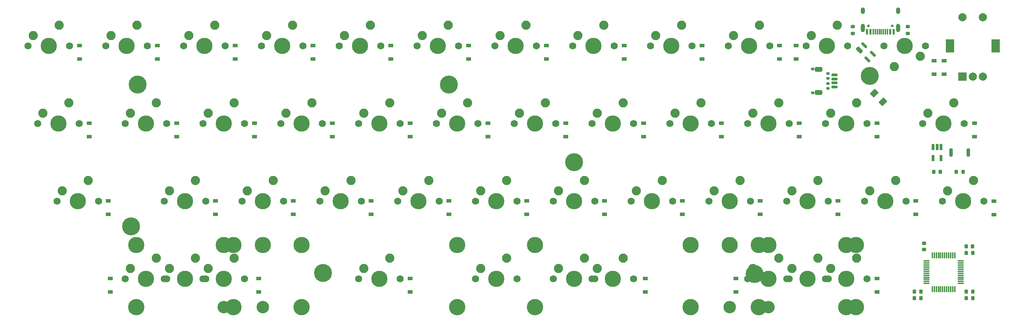
<source format=gbr>
G04 #@! TF.GenerationSoftware,KiCad,Pcbnew,8.0.8*
G04 #@! TF.CreationDate,2025-03-09T16:53:55+01:00*
G04 #@! TF.ProjectId,PowerVan,506f7765-7256-4616-9e2e-6b696361645f,rev?*
G04 #@! TF.SameCoordinates,Original*
G04 #@! TF.FileFunction,Soldermask,Bot*
G04 #@! TF.FilePolarity,Negative*
%FSLAX46Y46*%
G04 Gerber Fmt 4.6, Leading zero omitted, Abs format (unit mm)*
G04 Created by KiCad (PCBNEW 8.0.8) date 2025-03-09 16:53:55*
%MOMM*%
%LPD*%
G01*
G04 APERTURE LIST*
G04 Aperture macros list*
%AMRoundRect*
0 Rectangle with rounded corners*
0 $1 Rounding radius*
0 $2 $3 $4 $5 $6 $7 $8 $9 X,Y pos of 4 corners*
0 Add a 4 corners polygon primitive as box body*
4,1,4,$2,$3,$4,$5,$6,$7,$8,$9,$2,$3,0*
0 Add four circle primitives for the rounded corners*
1,1,$1+$1,$2,$3*
1,1,$1+$1,$4,$5*
1,1,$1+$1,$6,$7*
1,1,$1+$1,$8,$9*
0 Add four rect primitives between the rounded corners*
20,1,$1+$1,$2,$3,$4,$5,0*
20,1,$1+$1,$4,$5,$6,$7,0*
20,1,$1+$1,$6,$7,$8,$9,0*
20,1,$1+$1,$8,$9,$2,$3,0*%
G04 Aperture macros list end*
%ADD10C,1.750000*%
%ADD11C,3.987800*%
%ADD12C,2.250000*%
%ADD13R,2.000000X2.000000*%
%ADD14C,2.000000*%
%ADD15R,2.000000X3.200000*%
%ADD16C,4.400000*%
%ADD17C,4.000000*%
%ADD18C,3.048000*%
%ADD19R,1.200000X0.900000*%
%ADD20C,0.650000*%
%ADD21R,0.600000X1.450000*%
%ADD22R,0.300000X1.450000*%
%ADD23O,1.000000X1.600000*%
%ADD24O,1.000000X2.100000*%
%ADD25RoundRect,0.225000X-0.225000X-0.250000X0.225000X-0.250000X0.225000X0.250000X-0.225000X0.250000X0*%
%ADD26RoundRect,0.200000X-0.200000X-0.800000X0.200000X-0.800000X0.200000X0.800000X-0.200000X0.800000X0*%
%ADD27RoundRect,0.225000X0.250000X-0.225000X0.250000X0.225000X-0.250000X0.225000X-0.250000X-0.225000X0*%
%ADD28RoundRect,0.200000X0.275000X-0.200000X0.275000X0.200000X-0.275000X0.200000X-0.275000X-0.200000X0*%
%ADD29RoundRect,0.250001X0.768977X0.114905X0.114905X0.768977X-0.768977X-0.114905X-0.114905X-0.768977X0*%
%ADD30RoundRect,0.150000X0.625000X-0.150000X0.625000X0.150000X-0.625000X0.150000X-0.625000X-0.150000X0*%
%ADD31RoundRect,0.250000X0.650000X-0.350000X0.650000X0.350000X-0.650000X0.350000X-0.650000X-0.350000X0*%
%ADD32RoundRect,0.225000X0.225000X0.250000X-0.225000X0.250000X-0.225000X-0.250000X0.225000X-0.250000X0*%
%ADD33RoundRect,0.225000X0.375000X-0.225000X0.375000X0.225000X-0.375000X0.225000X-0.375000X-0.225000X0*%
%ADD34RoundRect,0.200000X-0.200000X-0.275000X0.200000X-0.275000X0.200000X0.275000X-0.200000X0.275000X0*%
%ADD35RoundRect,0.250000X-0.601041X0.247487X0.247487X-0.601041X0.601041X-0.247487X-0.247487X0.601041X0*%
%ADD36RoundRect,0.150000X-0.601041X0.388909X0.388909X-0.601041X0.601041X-0.388909X-0.388909X0.601041X0*%
%ADD37RoundRect,0.075000X0.075000X-0.662500X0.075000X0.662500X-0.075000X0.662500X-0.075000X-0.662500X0*%
%ADD38RoundRect,0.075000X0.662500X-0.075000X0.662500X0.075000X-0.662500X0.075000X-0.662500X-0.075000X0*%
%ADD39RoundRect,0.162500X-0.162500X0.617500X-0.162500X-0.617500X0.162500X-0.617500X0.162500X0.617500X0*%
%ADD40RoundRect,0.150000X0.275000X-0.150000X0.275000X0.150000X-0.275000X0.150000X-0.275000X-0.150000X0*%
%ADD41RoundRect,0.175000X0.225000X-0.175000X0.225000X0.175000X-0.225000X0.175000X-0.225000X-0.175000X0*%
G04 APERTURE END LIST*
D10*
X372745500Y-226219000D03*
D11*
X377825500Y-226219000D03*
D10*
X382905500Y-226219000D03*
D12*
X374015500Y-223679000D03*
X380365500Y-221139000D03*
D10*
X306070500Y-226219000D03*
D11*
X311150500Y-226219000D03*
D10*
X316230500Y-226219000D03*
D12*
X307340500Y-223679000D03*
X313690500Y-221139000D03*
D10*
X210820500Y-207169000D03*
D11*
X215900500Y-207169000D03*
D10*
X220980500Y-207169000D03*
D12*
X212090500Y-204629000D03*
X218440500Y-202089000D03*
D10*
X401320500Y-207169000D03*
D11*
X406400500Y-207169000D03*
D10*
X411480500Y-207169000D03*
D12*
X402590500Y-204629000D03*
X408940500Y-202089000D03*
D10*
X306070500Y-207169000D03*
D11*
X311150500Y-207169000D03*
D10*
X316230500Y-207169000D03*
D12*
X307340500Y-204629000D03*
X313690500Y-202089000D03*
D10*
X248920500Y-207169000D03*
D11*
X254000500Y-207169000D03*
D10*
X259080500Y-207169000D03*
D12*
X250190500Y-204629000D03*
X256540500Y-202089000D03*
D10*
X382270500Y-207169000D03*
D11*
X387350500Y-207169000D03*
D10*
X392430500Y-207169000D03*
D12*
X383540500Y-204629000D03*
X389890500Y-202089000D03*
D10*
X344170500Y-207169000D03*
D11*
X349250500Y-207169000D03*
D10*
X354330500Y-207169000D03*
D12*
X345440500Y-204629000D03*
X351790500Y-202089000D03*
D10*
X229870500Y-207169000D03*
D11*
X234950500Y-207169000D03*
D10*
X240030500Y-207169000D03*
D12*
X231140500Y-204629000D03*
X237490500Y-202089000D03*
D10*
X258445500Y-226219000D03*
D11*
X263525500Y-226219000D03*
D10*
X268605500Y-226219000D03*
D12*
X259715500Y-223679000D03*
X266065500Y-221139000D03*
D10*
X363220500Y-207169000D03*
D11*
X368300500Y-207169000D03*
D10*
X373380500Y-207169000D03*
D12*
X364490500Y-204629000D03*
X370840500Y-202089000D03*
D13*
X406286200Y-176612800D03*
D14*
X411286200Y-176612800D03*
X408786200Y-176612800D03*
D15*
X403186200Y-169112800D03*
X414386200Y-169112800D03*
D14*
X411286200Y-162112800D03*
X406286200Y-162112800D03*
D10*
X363220500Y-226219000D03*
D11*
X368300500Y-226219000D03*
D10*
X373380500Y-226219000D03*
D12*
X364490500Y-223679000D03*
X370840500Y-221139000D03*
D10*
X353695500Y-226219000D03*
D11*
X358775500Y-226219000D03*
D10*
X363855500Y-226219000D03*
D12*
X354965500Y-223679000D03*
X361315500Y-221139000D03*
D10*
X201295500Y-226219000D03*
D11*
X206375500Y-226219000D03*
D10*
X211455500Y-226219000D03*
D12*
X202565500Y-223679000D03*
X208915500Y-221139000D03*
D10*
X220345500Y-226219000D03*
D11*
X225425500Y-226219000D03*
D10*
X230505500Y-226219000D03*
D12*
X221615500Y-223679000D03*
X227965500Y-221139000D03*
D10*
X325120500Y-207169000D03*
D11*
X330200500Y-207169000D03*
D10*
X335280500Y-207169000D03*
D12*
X326390500Y-204629000D03*
X332740500Y-202089000D03*
D10*
X267970500Y-207169000D03*
D11*
X273050500Y-207169000D03*
D10*
X278130500Y-207169000D03*
D12*
X269240500Y-204629000D03*
X275590500Y-202089000D03*
D10*
X177483000Y-169069000D03*
D11*
X182563000Y-169069000D03*
D10*
X187643000Y-169069000D03*
D12*
X178753000Y-166529000D03*
X185103000Y-163989000D03*
D10*
X372745500Y-188119000D03*
D11*
X377825500Y-188119000D03*
D10*
X382905500Y-188119000D03*
D12*
X374015500Y-185579000D03*
X380365500Y-183039000D03*
D10*
X220345500Y-188119000D03*
D11*
X225425500Y-188119000D03*
D10*
X230505500Y-188119000D03*
D12*
X221615500Y-185579000D03*
X227965500Y-183039000D03*
D10*
X201295500Y-188119000D03*
D11*
X206375500Y-188119000D03*
D10*
X211455500Y-188119000D03*
D12*
X202565500Y-185579000D03*
X208915500Y-183039000D03*
D10*
X179864250Y-188119000D03*
D11*
X184944250Y-188119000D03*
D10*
X190024250Y-188119000D03*
D12*
X181134250Y-185579000D03*
X187484250Y-183039000D03*
D10*
X348933000Y-169069000D03*
D11*
X354013000Y-169069000D03*
D10*
X359093000Y-169069000D03*
D12*
X350203000Y-166529000D03*
X356553000Y-163989000D03*
D10*
X310833000Y-169069000D03*
D11*
X315913000Y-169069000D03*
D10*
X320993000Y-169069000D03*
D12*
X312103000Y-166529000D03*
X318453000Y-163989000D03*
D10*
X234633000Y-169069000D03*
D11*
X239713000Y-169069000D03*
D10*
X244793000Y-169069000D03*
D12*
X235903000Y-166529000D03*
X242253000Y-163989000D03*
D10*
X272733000Y-169069000D03*
D11*
X277813000Y-169069000D03*
D10*
X282893000Y-169069000D03*
D12*
X274003000Y-166529000D03*
X280353000Y-163989000D03*
D10*
X397193000Y-169069000D03*
D11*
X392113000Y-169069000D03*
D10*
X387033000Y-169069000D03*
D12*
X395923000Y-171609000D03*
X389573000Y-174149000D03*
D10*
X367983000Y-169069000D03*
D11*
X373063000Y-169069000D03*
D10*
X378143000Y-169069000D03*
D12*
X369253000Y-166529000D03*
X375603000Y-163989000D03*
D10*
X215583000Y-169069000D03*
D11*
X220663000Y-169069000D03*
D10*
X225743000Y-169069000D03*
D12*
X216853000Y-166529000D03*
X223203000Y-163989000D03*
D10*
X258445500Y-188119000D03*
D11*
X263525500Y-188119000D03*
D10*
X268605500Y-188119000D03*
D12*
X259715500Y-185579000D03*
X266065500Y-183039000D03*
D10*
X329883000Y-169069000D03*
D11*
X334963000Y-169069000D03*
D10*
X340043000Y-169069000D03*
D12*
X331153000Y-166529000D03*
X337503000Y-163989000D03*
D10*
X396558000Y-188119000D03*
D11*
X401638000Y-188119000D03*
D10*
X406718000Y-188119000D03*
D12*
X397828000Y-185579000D03*
X404178000Y-183039000D03*
D10*
X315595500Y-188119000D03*
D11*
X320675500Y-188119000D03*
D10*
X325755500Y-188119000D03*
D12*
X316865500Y-185579000D03*
X323215500Y-183039000D03*
D10*
X277495500Y-188119000D03*
D11*
X282575500Y-188119000D03*
D10*
X287655500Y-188119000D03*
D12*
X278765500Y-185579000D03*
X285115500Y-183039000D03*
D10*
X196533000Y-169069000D03*
D11*
X201613000Y-169069000D03*
D10*
X206693000Y-169069000D03*
D12*
X197803000Y-166529000D03*
X204153000Y-163989000D03*
D10*
X291783000Y-169069000D03*
D11*
X296863000Y-169069000D03*
D10*
X301943000Y-169069000D03*
D12*
X293053000Y-166529000D03*
X299403000Y-163989000D03*
D10*
X239395500Y-188119000D03*
D11*
X244475500Y-188119000D03*
D10*
X249555500Y-188119000D03*
D12*
X240665500Y-185579000D03*
X247015500Y-183039000D03*
D10*
X334645500Y-188119000D03*
D11*
X339725500Y-188119000D03*
D10*
X344805500Y-188119000D03*
D12*
X335915500Y-185579000D03*
X342265500Y-183039000D03*
D10*
X296545500Y-188119000D03*
D11*
X301625500Y-188119000D03*
D10*
X306705500Y-188119000D03*
D12*
X297815500Y-185579000D03*
X304165500Y-183039000D03*
D10*
X253683000Y-169069000D03*
D11*
X258763000Y-169069000D03*
D10*
X263843000Y-169069000D03*
D12*
X254953000Y-166529000D03*
X261303000Y-163989000D03*
D10*
X184626750Y-207169000D03*
D11*
X189706750Y-207169000D03*
D10*
X194786750Y-207169000D03*
D12*
X185896750Y-204629000D03*
X192246750Y-202089000D03*
D16*
X202762500Y-213367750D03*
X249712500Y-224817750D03*
X280562500Y-178594000D03*
X311212500Y-197644000D03*
X383612500Y-176467750D03*
X204362500Y-178593750D03*
D10*
X353684400Y-188117800D03*
D11*
X358764400Y-188117800D03*
D10*
X363844400Y-188117800D03*
D12*
X354954400Y-185577800D03*
X361304400Y-183037800D03*
D10*
X287020500Y-207169000D03*
D11*
X292100500Y-207169000D03*
D10*
X297180500Y-207169000D03*
D12*
X288290500Y-204629000D03*
X294640500Y-202089000D03*
D16*
X355369250Y-225103000D03*
D17*
X227806750Y-233204000D03*
D11*
X227806750Y-217964000D03*
D17*
X203994250Y-233204000D03*
D11*
X203994250Y-217964000D03*
D17*
X282575500Y-233204000D03*
D11*
X282575500Y-217964000D03*
D17*
X244475500Y-233204000D03*
D11*
X244475500Y-217964000D03*
D17*
X339725500Y-233204000D03*
D11*
X339725500Y-217964000D03*
D17*
X301625500Y-233204000D03*
D11*
X301625500Y-217964000D03*
D17*
X377825500Y-233204000D03*
D11*
X377825500Y-217964000D03*
D17*
X244475500Y-233204000D03*
D11*
X244475500Y-217964000D03*
D10*
X210820500Y-226219000D03*
D11*
X215900500Y-226219000D03*
D10*
X220980500Y-226219000D03*
D12*
X212090500Y-223679000D03*
X218440500Y-221139000D03*
D17*
X339725500Y-233204000D03*
D11*
X339725500Y-217964000D03*
D17*
X244475500Y-233204000D03*
D11*
X244475500Y-217964000D03*
D17*
X380206750Y-233204000D03*
D11*
X380206750Y-217964000D03*
D17*
X356394250Y-233204000D03*
D11*
X356394250Y-217964000D03*
D10*
X315595500Y-226219000D03*
D11*
X320675500Y-226219000D03*
D10*
X325755500Y-226219000D03*
D12*
X316865500Y-223679000D03*
X323215500Y-221139000D03*
D10*
X287020500Y-226219000D03*
D11*
X292100500Y-226219000D03*
D10*
X297180500Y-226219000D03*
D12*
X288290500Y-223679000D03*
X294640500Y-221139000D03*
D18*
X358775500Y-233204000D03*
D11*
X358775500Y-217964000D03*
D18*
X349250500Y-233204000D03*
D11*
X349250500Y-217964000D03*
D18*
X234950500Y-233204000D03*
D11*
X234950500Y-217964000D03*
D18*
X225425500Y-233204000D03*
D11*
X225425500Y-217964000D03*
D19*
X413957000Y-210470000D03*
X413957000Y-207170000D03*
X328613000Y-229512000D03*
X328613000Y-226212000D03*
X394859500Y-210462000D03*
X394859500Y-207162000D03*
X271034500Y-229512000D03*
X271034500Y-226212000D03*
X197644250Y-229456500D03*
X197644250Y-226156500D03*
X233950500Y-229512000D03*
X233950500Y-226212000D03*
X350838000Y-229456500D03*
X350838000Y-226156500D03*
X385334500Y-229512000D03*
X385334500Y-226212000D03*
X271034500Y-191412000D03*
X271034500Y-188112000D03*
X409258000Y-191412000D03*
X409258000Y-188112000D03*
X261509500Y-210462000D03*
X261509500Y-207162000D03*
X375809500Y-210462000D03*
X375809500Y-207162000D03*
X356759500Y-210462000D03*
X356759500Y-207162000D03*
X280559500Y-210462000D03*
X280559500Y-207162000D03*
X337709500Y-210462000D03*
X337709500Y-207162000D03*
X192469000Y-191412000D03*
X192469000Y-188112000D03*
X318659500Y-210462000D03*
X318659500Y-207162000D03*
X242459500Y-210462000D03*
X242459500Y-207162000D03*
X366284500Y-191412000D03*
X366284500Y-188112000D03*
X232934500Y-191412000D03*
X232934500Y-188112000D03*
X213884500Y-191412000D03*
X213884500Y-188112000D03*
X347234500Y-191412000D03*
X347234500Y-188112000D03*
X290084500Y-191412000D03*
X290084500Y-188112000D03*
X309134500Y-191412000D03*
X309134500Y-188112000D03*
X299609500Y-210462000D03*
X299609500Y-207162000D03*
X223409500Y-210462000D03*
X223409500Y-207162000D03*
X385334500Y-191412000D03*
X385334500Y-188112000D03*
X328184500Y-191412000D03*
X328184500Y-188112000D03*
X251984500Y-191412000D03*
X251984500Y-188112000D03*
X342503750Y-172298500D03*
X342503750Y-168998500D03*
X399352000Y-172753000D03*
X399352000Y-176053000D03*
X365570000Y-172306500D03*
X365570000Y-169006500D03*
X323453750Y-172298500D03*
X323453750Y-168998500D03*
X209153750Y-172298500D03*
X209153750Y-168998500D03*
X304403750Y-172298500D03*
X304403750Y-168998500D03*
X285353750Y-172298500D03*
X285353750Y-168998500D03*
X266303750Y-172298500D03*
X266303750Y-168998500D03*
X228203750Y-172298500D03*
X228203750Y-168998500D03*
X247253750Y-172298500D03*
X247253750Y-168998500D03*
X401765000Y-176053000D03*
X401765000Y-172753000D03*
X361506000Y-172298500D03*
X361506000Y-168998500D03*
X197168000Y-210462000D03*
X197168000Y-207162000D03*
D20*
X383269500Y-164155250D03*
X389049500Y-164155250D03*
D21*
X382909500Y-165600250D03*
X383709500Y-165600250D03*
D22*
X384909500Y-165600250D03*
X385909500Y-165600250D03*
X386409500Y-165600250D03*
X387409500Y-165600250D03*
D21*
X388609500Y-165600250D03*
X389409500Y-165600250D03*
X389409500Y-165600250D03*
X388609500Y-165600250D03*
D22*
X387909500Y-165600250D03*
X386909500Y-165600250D03*
X385409500Y-165600250D03*
X384409500Y-165600250D03*
D21*
X383709500Y-165600250D03*
X382909500Y-165600250D03*
D23*
X381839500Y-160505250D03*
D24*
X381839500Y-164685250D03*
D23*
X390479500Y-160505250D03*
D24*
X390479500Y-164685250D03*
D25*
X407213000Y-230981500D03*
X408763000Y-230981500D03*
D26*
X403506750Y-195262750D03*
X407706750Y-195262750D03*
D27*
X396875500Y-219075250D03*
X396875500Y-217525250D03*
D28*
X392906750Y-166025250D03*
X392906750Y-164375250D03*
D29*
X386814821Y-182820821D03*
X384711179Y-180717179D03*
D30*
X374956553Y-179200250D03*
X374956553Y-178200250D03*
X374956553Y-177200250D03*
X374956553Y-176200250D03*
D31*
X371081553Y-180500250D03*
X371081553Y-174900250D03*
D28*
X379413000Y-166025250D03*
X379413000Y-164375250D03*
D25*
X399275500Y-200025250D03*
X400825500Y-200025250D03*
D32*
X396063000Y-230981500D03*
X394513000Y-230981500D03*
D25*
X407213000Y-229394000D03*
X408763000Y-229394000D03*
D33*
X190100500Y-172306500D03*
X190100500Y-169006500D03*
D34*
X404781750Y-200025250D03*
X406431750Y-200025250D03*
D35*
X380997010Y-170126170D03*
D36*
X382199091Y-168924088D03*
X384320412Y-171045409D03*
X382976909Y-172388912D03*
D32*
X396063000Y-229394000D03*
X394513000Y-229394000D03*
D25*
X407213000Y-219869000D03*
X408763000Y-219869000D03*
D37*
X404388000Y-228794000D03*
X403888000Y-228794000D03*
X403388000Y-228794000D03*
X402888000Y-228794000D03*
X402388000Y-228794000D03*
X401888000Y-228794000D03*
X401388000Y-228794000D03*
X400888000Y-228794000D03*
X400388000Y-228794000D03*
X399888000Y-228794000D03*
X399388000Y-228794000D03*
X398888000Y-228794000D03*
D38*
X397475500Y-227381500D03*
X397475500Y-226881500D03*
X397475500Y-226381500D03*
X397475500Y-225881500D03*
X397475500Y-225381500D03*
X397475500Y-224881500D03*
X397475500Y-224381500D03*
X397475500Y-223881500D03*
X397475500Y-223381500D03*
X397475500Y-222881500D03*
X397475500Y-222381500D03*
X397475500Y-221881500D03*
D37*
X398888000Y-220469000D03*
X399388000Y-220469000D03*
X399888000Y-220469000D03*
X400388000Y-220469000D03*
X400888000Y-220469000D03*
X401388000Y-220469000D03*
X401888000Y-220469000D03*
X402388000Y-220469000D03*
X402888000Y-220469000D03*
X403388000Y-220469000D03*
X403888000Y-220469000D03*
X404388000Y-220469000D03*
D38*
X405800500Y-221881500D03*
X405800500Y-222381500D03*
X405800500Y-222881500D03*
X405800500Y-223381500D03*
X405800500Y-223881500D03*
X405800500Y-224381500D03*
X405800500Y-224881500D03*
X405800500Y-225381500D03*
X405800500Y-225881500D03*
X405800500Y-226381500D03*
X405800500Y-226881500D03*
X405800500Y-227381500D03*
D25*
X407194250Y-218281500D03*
X408744250Y-218281500D03*
D39*
X399100500Y-193912750D03*
X400050500Y-193912750D03*
X401000500Y-193912750D03*
X401000500Y-196612750D03*
X399100500Y-196612750D03*
D40*
X373350500Y-179500250D03*
X373350500Y-178300250D03*
X373350500Y-177100250D03*
X373350500Y-175900250D03*
D41*
X369575500Y-180650250D03*
X369575500Y-174750250D03*
M02*

</source>
